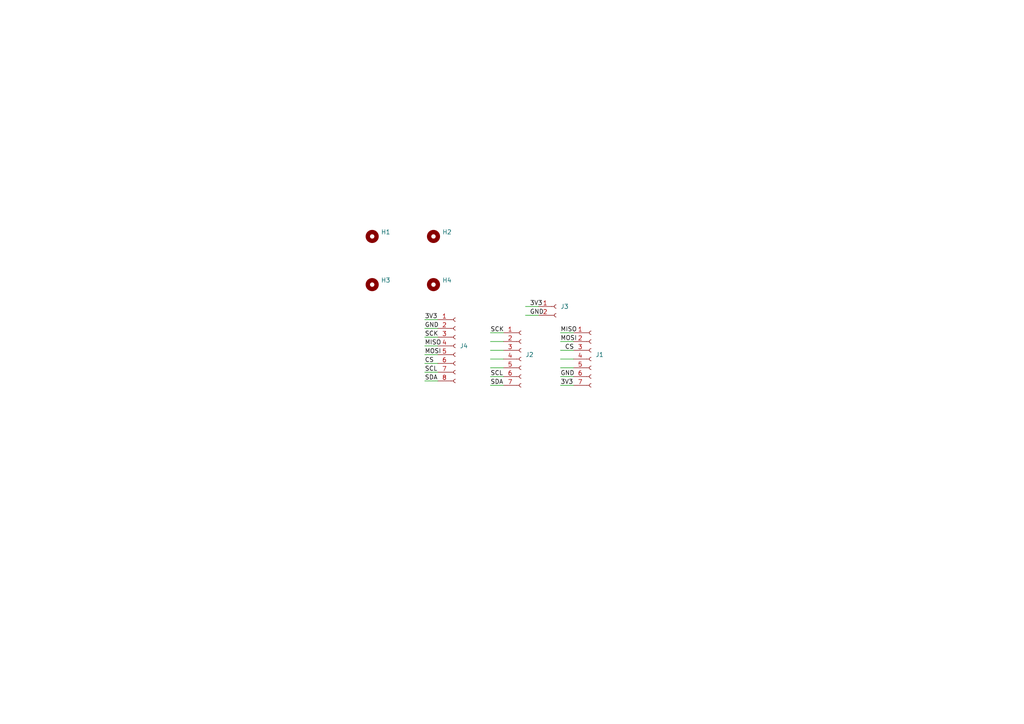
<source format=kicad_sch>
(kicad_sch (version 20250114) (generator "eeschema") (generator_version "9.0")
  (paper "A4")
  (lib_symbols
    (symbol "Connector:Conn_01x02_Socket" (pin_names (offset 1.016) (hide yes))
      (property "Reference" "J" (at 0 2.54 0))
      (property "Value" "Conn_01x02_Socket" (at 0 -5.08 0))
      (symbol "Conn_01x02_Socket_1_1"
        (polyline (pts (xy -1.27 0) (xy -0.508 0)) (stroke (width 0.1524)))
        (polyline (pts (xy -1.27 -2.54) (xy -0.508 -2.54)) (stroke (width 0.1524)))
        (arc (start 0 -0.508) (mid -0.5058 0) (end 0 0.508) (stroke (width 0.1524)))
        (arc (start 0 -3.048) (mid -0.5058 -2.54) (end 0 -2.032) (stroke (width 0.1524)))
        (pin passive line (at -5.08 0 0) (length 3.81) (name "Pin_1") (number "1"))
        (pin passive line (at -5.08 -2.54 0) (length 3.81) (name "Pin_2") (number "2"))
      )
    )
    (symbol "Connector:Conn_01x07_Socket" (pin_names (offset 1.016) (hide yes))
      (property "Reference" "J" (at 0 10.16 0))
      (property "Value" "Conn_01x07_Socket" (at 0 -10.16 0))
      (symbol "Conn_01x07_Socket_1_1"
        (polyline (pts (xy -1.27 7.62) (xy -0.508 7.62)) (stroke (width 0.1524)))
        (polyline (pts (xy -1.27 5.08) (xy -0.508 5.08)) (stroke (width 0.1524)))
        (polyline (pts (xy -1.27 2.54) (xy -0.508 2.54)) (stroke (width 0.1524)))
        (polyline (pts (xy -1.27 0) (xy -0.508 0)) (stroke (width 0.1524)))
        (polyline (pts (xy -1.27 -2.54) (xy -0.508 -2.54)) (stroke (width 0.1524)))
        (polyline (pts (xy -1.27 -5.08) (xy -0.508 -5.08)) (stroke (width 0.1524)))
        (polyline (pts (xy -1.27 -7.62) (xy -0.508 -7.62)) (stroke (width 0.1524)))
        (arc (start 0 7.112) (mid -0.5058 7.62) (end 0 8.128) (stroke (width 0.1524)))
        (arc (start 0 4.572) (mid -0.5058 5.08) (end 0 5.588) (stroke (width 0.1524)))
        (arc (start 0 2.032) (mid -0.5058 2.54) (end 0 3.048) (stroke (width 0.1524)))
        (arc (start 0 -0.508) (mid -0.5058 0) (end 0 0.508) (stroke (width 0.1524)))
        (arc (start 0 -3.048) (mid -0.5058 -2.54) (end 0 -2.032) (stroke (width 0.1524)))
        (arc (start 0 -5.588) (mid -0.5058 -5.08) (end 0 -4.572) (stroke (width 0.1524)))
        (arc (start 0 -8.128) (mid -0.5058 -7.62) (end 0 -7.112) (stroke (width 0.1524)))
        (pin passive line (at -5.08 7.62 0) (length 3.81) (name "Pin_1") (number "1"))
        (pin passive line (at -5.08 5.08 0) (length 3.81) (name "Pin_2") (number "2"))
        (pin passive line (at -5.08 2.54 0) (length 3.81) (name "Pin_3") (number "3"))
        (pin passive line (at -5.08 0 0) (length 3.81) (name "Pin_4") (number "4"))
        (pin passive line (at -5.08 -2.54 0) (length 3.81) (name "Pin_5") (number "5"))
        (pin passive line (at -5.08 -5.08 0) (length 3.81) (name "Pin_6") (number "6"))
        (pin passive line (at -5.08 -7.62 0) (length 3.81) (name "Pin_7") (number "7"))
      )
    )
    (symbol "Connector:Conn_01x08_Socket" (pin_names (offset 1.016) (hide yes))
      (property "Reference" "J" (at 0 10.16 0))
      (property "Value" "Conn_01x08_Socket" (at 0 -12.7 0))
      (symbol "Conn_01x08_Socket_1_1"
        (polyline (pts (xy -1.27 7.62) (xy -0.508 7.62)) (stroke (width 0.1524)))
        (polyline (pts (xy -1.27 5.08) (xy -0.508 5.08)) (stroke (width 0.1524)))
        (polyline (pts (xy -1.27 2.54) (xy -0.508 2.54)) (stroke (width 0.1524)))
        (polyline (pts (xy -1.27 0) (xy -0.508 0)) (stroke (width 0.1524)))
        (polyline (pts (xy -1.27 -2.54) (xy -0.508 -2.54)) (stroke (width 0.1524)))
        (polyline (pts (xy -1.27 -5.08) (xy -0.508 -5.08)) (stroke (width 0.1524)))
        (polyline (pts (xy -1.27 -7.62) (xy -0.508 -7.62)) (stroke (width 0.1524)))
        (polyline (pts (xy -1.27 -10.16) (xy -0.508 -10.16)) (stroke (width 0.1524)))
        (arc (start 0 7.112) (mid -0.5058 7.62) (end 0 8.128) (stroke (width 0.1524)))
        (arc (start 0 4.572) (mid -0.5058 5.08) (end 0 5.588) (stroke (width 0.1524)))
        (arc (start 0 2.032) (mid -0.5058 2.54) (end 0 3.048) (stroke (width 0.1524)))
        (arc (start 0 -0.508) (mid -0.5058 0) (end 0 0.508) (stroke (width 0.1524)))
        (arc (start 0 -3.048) (mid -0.5058 -2.54) (end 0 -2.032) (stroke (width 0.1524)))
        (arc (start 0 -5.588) (mid -0.5058 -5.08) (end 0 -4.572) (stroke (width 0.1524)))
        (arc (start 0 -8.128) (mid -0.5058 -7.62) (end 0 -7.112) (stroke (width 0.1524)))
        (arc (start 0 -10.668) (mid -0.5058 -10.16) (end 0 -9.652) (stroke (width 0.1524)))
        (pin passive line (at -5.08 7.62 0) (length 3.81) (name "Pin_1") (number "1"))
        (pin passive line (at -5.08 5.08 0) (length 3.81) (name "Pin_2") (number "2"))
        (pin passive line (at -5.08 2.54 0) (length 3.81) (name "Pin_3") (number "3"))
        (pin passive line (at -5.08 0 0) (length 3.81) (name "Pin_4") (number "4"))
        (pin passive line (at -5.08 -2.54 0) (length 3.81) (name "Pin_5") (number "5"))
        (pin passive line (at -5.08 -5.08 0) (length 3.81) (name "Pin_6") (number "6"))
        (pin passive line (at -5.08 -7.62 0) (length 3.81) (name "Pin_7") (number "7"))
        (pin passive line (at -5.08 -10.16 0) (length 3.81) (name "Pin_8") (number "8"))
      )
    )
    (symbol "Mechanical:MountingHole" (pin_names (offset 1.016)) (in_bom no)
      (property "Reference" "H" (at 0 5.08 0))
      (property "Value" "MountingHole" (at 0 3.175 0))
      (symbol "MountingHole_0_1"
        (circle (center 0 0) (radius 1.27) (stroke (width 1.27)))
      )
    )
  )
  (wire (pts (xy 142.24 104.14) (xy 146.05 104.14)))
  (wire (pts (xy 162.56 109.22) (xy 166.37 109.22)))
  (wire (pts (xy 123.19 105.41) (xy 127 105.41)))
  (wire (pts (xy 142.24 106.68) (xy 146.05 106.68)))
  (wire (pts (xy 152.4 91.44) (xy 156.21 91.44)))
  (wire (pts (xy 123.19 110.49) (xy 127 110.49)))
  (wire (pts (xy 162.56 106.68) (xy 166.37 106.68)))
  (wire (pts (xy 123.19 102.87) (xy 127 102.87)))
  (wire (pts (xy 142.24 101.6) (xy 146.05 101.6)))
  (wire (pts (xy 162.56 99.06) (xy 166.37 99.06)))
  (wire (pts (xy 123.19 92.71) (xy 127 92.71)))
  (wire (pts (xy 142.24 109.22) (xy 146.05 109.22)))
  (wire (pts (xy 162.56 111.76) (xy 166.37 111.76)))
  (wire (pts (xy 123.19 95.25) (xy 127 95.25)))
  (wire (pts (xy 162.56 104.14) (xy 166.37 104.14)))
  (wire (pts (xy 123.19 100.33) (xy 127 100.33)))
  (wire (pts (xy 162.56 96.52) (xy 166.37 96.52)))
  (wire (pts (xy 162.56 101.6) (xy 166.37 101.6)))
  (wire (pts (xy 152.4 88.9) (xy 156.21 88.9)))
  (wire (pts (xy 142.24 96.52) (xy 146.05 96.52)))
  (wire (pts (xy 142.24 111.76) (xy 146.05 111.76)))
  (wire (pts (xy 142.24 99.06) (xy 146.05 99.06)))
  (wire (pts (xy 123.19 97.79) (xy 127 97.79)))
  (wire (pts (xy 123.19 107.95) (xy 127 107.95)))
  (label "SCK" (at 123.19 97.79 0))
  (label "3V3" (at 162.56 111.76 0))
  (label "SCL" (at 123.19 107.95 0))
  (label "3V3" (at 123.19 92.71 0))
  (label "MISO" (at 123.19 100.33 0))
  (label "GND" (at 153.67 91.44 0))
  (label "GND" (at 162.56 109.22 0))
  (label "3V3" (at 153.67 88.9 0))
  (label "GND" (at 123.19 95.25 0))
  (label "SCL" (at 142.24 109.22 0))
  (label "SCK" (at 142.24 96.52 0))
  (label "MOSI" (at 123.19 102.87 0))
  (label "MISO" (at 162.56 96.52 0))
  (label "CS" (at 163.83 101.6 0))
  (label "SDA" (at 142.24 111.76 0))
  (label "CS" (at 123.19 105.41 0))
  (label "SDA" (at 123.19 110.49 0))
  (label "MOSI" (at 162.56 99.06 0))
  (symbol (lib_id "Connector:Conn_01x02_Socket") (at 161.29 88.9 0) (unit 1)
    (property "Reference" "J3" (at 162.56 88.8999 0) (effects (justify left)))
    (property "Value" "Conn_01x02_Socket" (effects (hide yes)))
    (property "Footprint" "Connector_PinSocket_2.54mm:PinSocket_1x02_P2.54mm_Vertical" (effects (hide yes)))
    (property "Description" "Generic connector, single row, 01x02, script generated" (effects (hide yes)))
  )
  (symbol (lib_id "Connector:Conn_01x08_Socket") (at 132.08 100.33 0) (unit 1)
    (property "Reference" "J4" (at 133.35 100.3299 0) (effects (justify left)))
    (property "Value" "Conn_01x08_Socket" (effects (hide yes)))
    (property "Footprint" "Connector_PinSocket_2.00mm:PinSocket_1x08_P2.00mm_Vertical" (effects (hide yes)))
    (property "Description" "Generic connector, single row, 01x08, script generated" (effects (hide yes)))
  )
  (symbol (lib_id "Connector:Conn_01x07_Socket") (at 171.45 104.14 0) (unit 1)
    (property "Reference" "J1" (at 172.72 102.8699 0) (effects (justify left)))
    (property "Value" "Conn_01x07_Socket" (effects (hide yes)))
    (property "Footprint" "Connector_PinSocket_2.54mm:PinSocket_1x07_P2.54mm_Vertical" (effects (hide yes)))
    (property "Description" "Generic connector, single row, 01x07, script generated" (effects (hide yes)))
  )
  (symbol (lib_id "Mechanical:MountingHole") (at 125.73 82.55 0) (unit 1) (in_bom no)
    (property "Reference" "H4" (at 128.27 81.2799 0) (effects (justify left)))
    (property "Value" "MountingHole" (effects (hide yes)))
    (property "Footprint" "MountingHole:MountingHole_2.5mm" (effects (hide yes)))
    (property "Description" "Mounting Hole without connection" (effects (hide yes)))
  )
  (symbol (lib_id "Mechanical:MountingHole") (at 107.95 82.55 0) (unit 1) (in_bom no)
    (property "Reference" "H3" (at 110.49 81.2799 0) (effects (justify left)))
    (property "Value" "MountingHole" (effects (hide yes)))
    (property "Footprint" "MountingHole:MountingHole_2.5mm" (effects (hide yes)))
    (property "Description" "Mounting Hole without connection" (effects (hide yes)))
  )
  (symbol (lib_id "Mechanical:MountingHole") (at 125.73 68.58 0) (unit 1) (in_bom no)
    (property "Reference" "H2" (at 128.27 67.3099 0) (effects (justify left)))
    (property "Value" "MountingHole" (effects (hide yes)))
    (property "Footprint" "MountingHole:MountingHole_2.5mm" (effects (hide yes)))
    (property "Description" "Mounting Hole without connection" (effects (hide yes)))
  )
  (symbol (lib_id "Connector:Conn_01x07_Socket") (at 151.13 104.14 0) (unit 1)
    (property "Reference" "J2" (at 152.4 102.8699 0) (effects (justify left)))
    (property "Value" "Conn_01x07_Socket" (effects (hide yes)))
    (property "Footprint" "Connector_PinSocket_2.54mm:PinSocket_1x07_P2.54mm_Vertical" (effects (hide yes)))
    (property "Description" "Generic connector, single row, 01x07, script generated" (effects (hide yes)))
  )
  (symbol (lib_id "Mechanical:MountingHole") (at 107.95 68.58 0) (unit 1) (in_bom no)
    (property "Reference" "H1" (at 110.49 67.3099 0) (effects (justify left)))
    (property "Value" "MountingHole" (effects (hide yes)))
    (property "Footprint" "MountingHole:MountingHole_2.5mm" (effects (hide yes)))
    (property "Description" "Mounting Hole without connection" (effects (hide yes)))
  )
)
</source>
